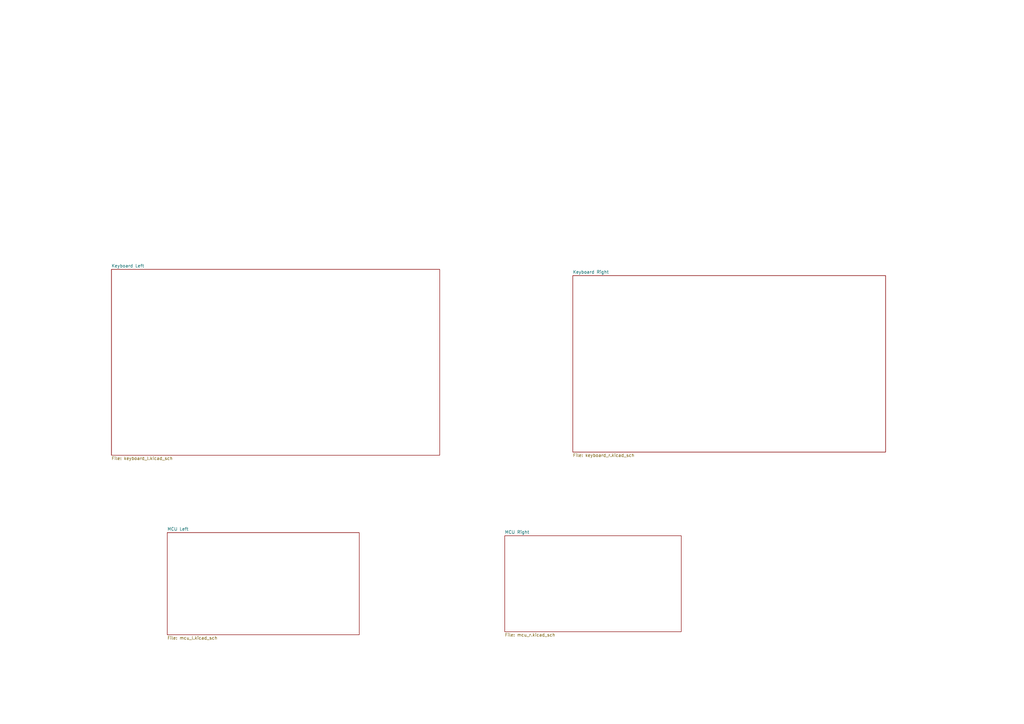
<source format=kicad_sch>
(kicad_sch
	(version 20250114)
	(generator "eeschema")
	(generator_version "9.0")
	(uuid "492fae09-e9ab-44d2-b8f8-8ae87165f151")
	(paper "A3")
	(title_block
		(title "Alpha Centauri")
		(date "2025-08-17")
		(rev "v1.0")
		(company "Jacob Gable")
	)
	(lib_symbols)
	(sheet
		(at 68.58 218.44)
		(size 78.74 41.91)
		(exclude_from_sim no)
		(in_bom yes)
		(on_board yes)
		(dnp no)
		(fields_autoplaced yes)
		(stroke
			(width 0.1524)
			(type solid)
		)
		(fill
			(color 0 0 0 0.0000)
		)
		(uuid "39aaa4cf-e532-453b-a67e-186779b167af")
		(property "Sheetname" "MCU Left"
			(at 68.58 217.7284 0)
			(effects
				(font
					(size 1.27 1.27)
				)
				(justify left bottom)
			)
		)
		(property "Sheetfile" "mcu_l.kicad_sch"
			(at 68.58 260.9346 0)
			(effects
				(font
					(size 1.27 1.27)
				)
				(justify left top)
			)
		)
		(instances
			(project "alpha_centauri_pcb"
				(path "/492fae09-e9ab-44d2-b8f8-8ae87165f151"
					(page "3")
				)
			)
		)
	)
	(sheet
		(at 45.72 110.49)
		(size 134.62 76.2)
		(exclude_from_sim no)
		(in_bom yes)
		(on_board yes)
		(dnp no)
		(fields_autoplaced yes)
		(stroke
			(width 0.1524)
			(type solid)
		)
		(fill
			(color 0 0 0 0.0000)
		)
		(uuid "445d0b70-ee5d-4cba-9f48-98d30c9a60e4")
		(property "Sheetname" "Keyboard Left"
			(at 45.72 109.7784 0)
			(effects
				(font
					(size 1.27 1.27)
				)
				(justify left bottom)
			)
		)
		(property "Sheetfile" "keyboard_l.kicad_sch"
			(at 45.72 187.2746 0)
			(effects
				(font
					(size 1.27 1.27)
				)
				(justify left top)
			)
		)
		(instances
			(project "alpha_centauri_pcb"
				(path "/492fae09-e9ab-44d2-b8f8-8ae87165f151"
					(page "2")
				)
			)
		)
	)
	(sheet
		(at 207.01 219.71)
		(size 72.39 39.37)
		(exclude_from_sim no)
		(in_bom yes)
		(on_board yes)
		(dnp no)
		(fields_autoplaced yes)
		(stroke
			(width 0.1524)
			(type solid)
		)
		(fill
			(color 0 0 0 0.0000)
		)
		(uuid "7361bbbc-4412-48b5-9e48-e20d3488dec5")
		(property "Sheetname" "MCU Right"
			(at 207.01 218.9984 0)
			(effects
				(font
					(size 1.27 1.27)
				)
				(justify left bottom)
			)
		)
		(property "Sheetfile" "mcu_r.kicad_sch"
			(at 207.01 259.6646 0)
			(effects
				(font
					(size 1.27 1.27)
				)
				(justify left top)
			)
		)
		(instances
			(project "alpha_centauri_pcb"
				(path "/492fae09-e9ab-44d2-b8f8-8ae87165f151"
					(page "5")
				)
			)
		)
	)
	(sheet
		(at 234.95 113.03)
		(size 128.27 72.39)
		(exclude_from_sim no)
		(in_bom yes)
		(on_board yes)
		(dnp no)
		(fields_autoplaced yes)
		(stroke
			(width 0.1524)
			(type solid)
		)
		(fill
			(color 0 0 0 0.0000)
		)
		(uuid "ab700b36-499d-49b7-8309-af5267778fe9")
		(property "Sheetname" "Keyboard Right"
			(at 234.95 112.3184 0)
			(effects
				(font
					(size 1.27 1.27)
				)
				(justify left bottom)
			)
		)
		(property "Sheetfile" "keyboard_r.kicad_sch"
			(at 234.95 186.0046 0)
			(effects
				(font
					(size 1.27 1.27)
				)
				(justify left top)
			)
		)
		(instances
			(project "alpha_centauri_pcb"
				(path "/492fae09-e9ab-44d2-b8f8-8ae87165f151"
					(page "4")
				)
			)
		)
	)
	(sheet_instances
		(path "/"
			(page "1")
		)
	)
	(embedded_fonts no)
)

</source>
